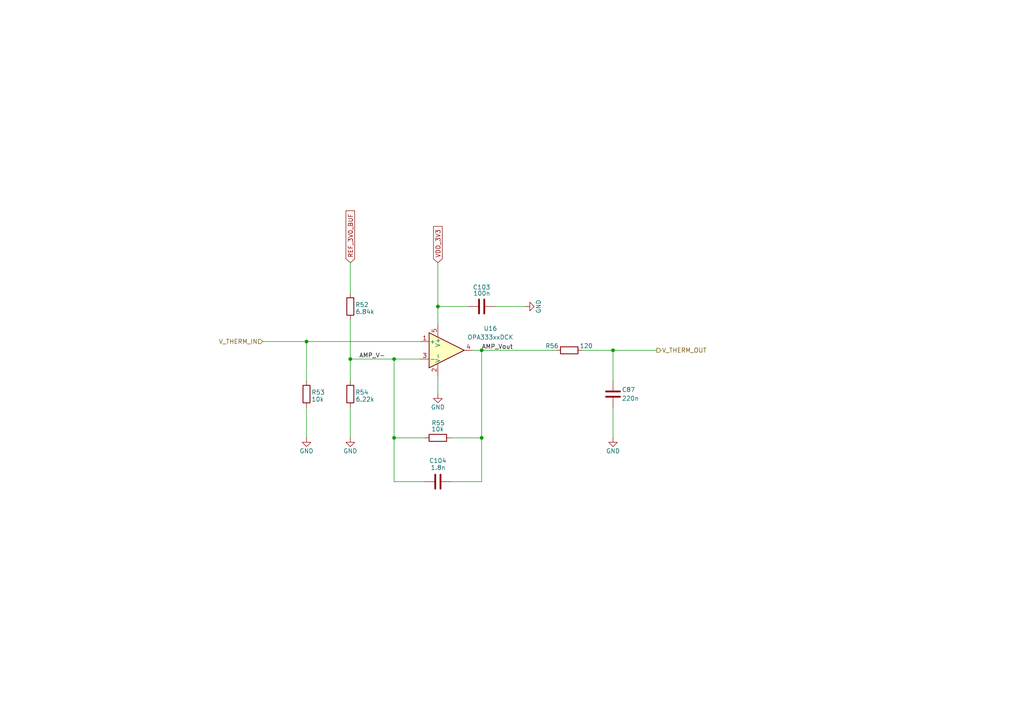
<source format=kicad_sch>
(kicad_sch (version 20231120) (generator "eeschema") (generator_version "8.0")
  (paper "A4")
  (title_block (title "Open MOtor DRiver Initiative  - Single Axis (OMODRI_SA)") (date "2024-03-20") (rev "1.0") (company "LAAS/CNRS"))
  (lib_symbols
    (symbol "Amplifier_Operational:OPA333xxDCK" (pin_names (offset 0.127))
      (property "Reference" "U" (at 0 5.08 0))
      (property "Value" "OPA333xxDCK" (at 0 -5.08 0))
      (symbol "OPA333xxDCK_0_1"
        (polyline (pts (xy -5.08 5.08) (xy 5.08 0) (xy -5.08 -5.08) (xy -5.08 5.08)) (stroke (width 0.254)) (fill (type background)))
        (pin power_in line (at -2.54 -7.62 90) (length 3.81) (name "V-") (number "2"))
        (pin power_in line (at -2.54 7.62 270) (length 3.81) (name "V+") (number "5"))
      )
      (symbol "OPA333xxDCK_1_1"
        (pin input line (at -7.62 2.54 0) (length 2.54) (name "+") (number "1"))
        (pin input line (at -7.62 -2.54 0) (length 2.54) (name "-") (number "3"))
        (pin output line (at 7.62 0 180) (length 2.54) (name "~") (number "4"))
      )
    )
    (symbol "Device:C" (pin_numbers hide) (pin_names (offset 0.254))
      (property "Reference" "C" (at 0.635 2.54 0))
      (property "Value" "C" (at 0.635 -2.54 0))
      (symbol "C_0_1"
        (polyline (pts (xy -2.032 -0.762) (xy 2.032 -0.762)) (stroke (width 0.508)))
        (polyline (pts (xy -2.032 0.762) (xy 2.032 0.762)) (stroke (width 0.508)))
      )
      (symbol "C_1_1"
        (pin passive line (at 0 3.81 270) (length 2.794) (name "~") (number "1"))
        (pin passive line (at 0 -3.81 90) (length 2.794) (name "~") (number "2"))
      )
    )
    (symbol "Device:R" (pin_numbers hide) (pin_names (offset 0))
      (property "Reference" "R" (at 2.032 0 90))
      (property "Value" "R" (at 0 0 90))
      (symbol "R_0_1"
        (rectangle (start -1.016 -2.54) (end 1.016 2.54) (stroke (width 0.254)))
      )
      (symbol "R_1_1"
        (pin passive line (at 0 3.81 270) (length 1.27) (name "~") (number "1"))
        (pin passive line (at 0 -3.81 90) (length 1.27) (name "~") (number "2"))
      )
    )
    (symbol "power:GND" (power) (pin_numbers hide) (pin_names (offset 0) hide)
      (property "Value" "GND" (at 0 -3.81 0))
      (symbol "GND_0_1"
        (polyline (pts (xy 0 0) (xy 0 -1.27) (xy 1.27 -1.27) (xy 0 -2.54) (xy -1.27 -1.27) (xy 0 -1.27)))
      )
      (symbol "GND_1_1"
        (pin power_in line (at 0 0 270) (length 0) (name "~") (number "1"))
      )
    )
  )
  (junction (at 114.3 127))
  (junction (at 88.9 99.06))
  (junction (at 127 88.9))
  (junction (at 139.7 127))
  (junction (at 177.8 101.6))
  (junction (at 114.3 104.14))
  (junction (at 139.7 101.6))
  (junction (at 101.6 104.14))
  (wire (pts (xy 123.19 139.7) (xy 114.3 139.7)))
  (wire (pts (xy 127 88.9) (xy 135.89 88.9)))
  (wire (pts (xy 101.6 118.11) (xy 101.6 127)))
  (wire (pts (xy 127 88.9) (xy 127 93.98)))
  (wire (pts (xy 139.7 139.7) (xy 139.7 127)))
  (wire (pts (xy 168.91 101.6) (xy 177.8 101.6)))
  (wire (pts (xy 88.9 99.06) (xy 88.9 110.49)))
  (wire (pts (xy 139.7 101.6) (xy 137.16 101.6)))
  (wire (pts (xy 143.51 88.9) (xy 152.4 88.9)))
  (wire (pts (xy 88.9 127) (xy 88.9 118.11)))
  (wire (pts (xy 121.92 104.14) (xy 114.3 104.14)))
  (wire (pts (xy 130.81 127) (xy 139.7 127)))
  (wire (pts (xy 139.7 101.6) (xy 161.29 101.6)))
  (wire (pts (xy 114.3 127) (xy 123.19 127)))
  (wire (pts (xy 88.9 99.06) (xy 121.92 99.06)))
  (wire (pts (xy 114.3 139.7) (xy 114.3 127)))
  (wire (pts (xy 139.7 127) (xy 139.7 101.6)))
  (wire (pts (xy 101.6 104.14) (xy 101.6 110.49)))
  (wire (pts (xy 177.8 101.6) (xy 190.5 101.6)))
  (wire (pts (xy 127 109.22) (xy 127 114.3)))
  (wire (pts (xy 88.9 99.06) (xy 76.2 99.06)))
  (wire (pts (xy 114.3 104.14) (xy 114.3 127)))
  (wire (pts (xy 177.8 101.6) (xy 177.8 110.49)))
  (wire (pts (xy 130.81 139.7) (xy 139.7 139.7)))
  (wire (pts (xy 177.8 118.11) (xy 177.8 127)))
  (wire (pts (xy 127 76.2) (xy 127 88.9)))
  (wire (pts (xy 101.6 92.71) (xy 101.6 104.14)))
  (wire (pts (xy 101.6 76.2) (xy 101.6 85.09)))
  (wire (pts (xy 101.6 104.14) (xy 114.3 104.14)))
  (label "AMP_V-" (at 104.14 104.14 0))
  (label "AMP_Vout" (at 139.7 101.6 0))
  (global_label "REF_3V0_BUF" (shape input) (at 101.6 76.2 90) (property "Intersheetrefs" "${INTERSHEET_REFS}" (effects (hide yes))) (property "Références Inter-Feuilles" "${INTERSHEET_REFS}" (effects (hide yes))))
  (global_label "VDD_3V3" (shape input) (at 127 76.2 90) (property "Intersheetrefs" "${INTERSHEET_REFS}" (effects (hide yes))))
  (hierarchical_label "V_THERM_OUT" (shape output) (at 190.5 101.6 0))
  (hierarchical_label "V_THERM_IN" (shape input) (at 76.2 99.06 180))
  (symbol (lib_id "Device:R") (at 101.6 114.3 180) (unit 1)
    (property "Reference" "R54" (at 106.934 113.792 0) (effects (justify left)))
    (property "Value" "6.22k" (at 103.124 115.824 0) (effects (justify right)))
    (property "Footprint" "Resistor_SMD:R_0201_0603Metric" (effects (hide yes)))
    (property "Datasheet" "https://industrial.panasonic.com/sa/products/pt/general-purpose-chip-resistors/models/ERJ1GNF1002C" (effects (hide yes)))
    (property "Part No" "ERJ1GNF1002C" (effects (hide yes)))
    (property "Manufacturer" "PANASONIC" (effects (hide yes)))
    (property "Assembling" "SMD" (effects (hide yes)))
  )
  (symbol (lib_id "power:GND") (at 152.4 88.9 90) (unit 1)
    (property "Reference" "#PWR0167" (effects (hide yes)))
    (property "Value" "GND" (at 156.21 88.9 0))
    (property "Description" "Power symbol creates a global label with name \"GND\" , ground" (effects (hide yes)))
  )
  (symbol (lib_id "Device:R") (at 127 127 90) (unit 1)
    (property "Reference" "R55" (at 129.032 122.682 90) (effects (justify left)))
    (property "Value" "10k" (at 128.778 124.46 90) (effects (justify left)))
    (property "Footprint" "Resistor_SMD:R_0201_0603Metric" (effects (hide yes)))
    (property "Datasheet" "https://industrial.panasonic.com/sa/products/pt/general-purpose-chip-resistors/models/ERJ1GNF1002C" (effects (hide yes)))
    (property "Description" "0201, 10kΩ, 0.05W, ±1%, SMD  resistor" (effects (hide yes)))
    (property "DigiKey" "P122414CT-ND" (effects (hide yes)))
    (property "Farnell" "2302362" (effects (hide yes)))
    (property "Mouser" "667-ERJ-1GNF1002C" (effects (hide yes)))
    (property "Part No" "ERJ1GNF1002C" (effects (hide yes)))
    (property "RS" "176-3597" (effects (hide yes)))
    (property "LCSC" "C717002" (effects (hide yes)))
    (property "Manufacturer" "PANASONIC" (effects (hide yes)))
    (property "Assembling" "SMD" (effects (hide yes)))
  )
  (symbol (lib_id "Device:R") (at 165.1 101.6 90) (unit 1)
    (property "Reference" "R56" (at 162.052 100.33 90) (effects (justify left)))
    (property "Value" "120" (at 171.958 100.33 90) (effects (justify left)))
    (property "Footprint" "Resistor_SMD:R_0201_0603Metric" (effects (hide yes)))
    (property "Datasheet" "https://industrial.panasonic.com/sa/products/pt/general-purpose-chip-resistors/models/ERJ1GNF1200C" (effects (hide yes)))
    (property "Description" "0201,120Ω, 0.05W, ±1%, SMD  resistor" (effects (hide yes)))
    (property "DigiKey" "P122692CT-ND" (effects (hide yes)))
    (property "Farnell" "2396857" (effects (hide yes)))
    (property "Mouser" "667-ERJ-1GNF1200C" (effects (hide yes)))
    (property "Part No" "ERJ1GNF1200C" (effects (hide yes)))
    (property "LCSC" "C278569" (effects (hide yes)))
    (property "Manufacturer" "PANASONIC" (effects (hide yes)))
    (property "Assembling" "SMD" (effects (hide yes)))
  )
  (symbol (lib_id "power:GND") (at 177.8 127 0) (unit 1)
    (property "Reference" "#PWR04" (effects (hide yes)))
    (property "Value" "GND" (at 177.8 130.81 0))
    (property "Description" "Power symbol creates a global label with name \"GND\" , ground" (effects (hide yes)))
  )
  (symbol (lib_id "Device:C") (at 139.7 88.9 90) (unit 1)
    (property "Reference" "C103" (at 142.24 83.312 90) (effects (justify left)))
    (property "Value" "100n" (at 142.24 85.09 90) (effects (justify left)))
    (property "Footprint" "Capacitor_SMD:C_0201_0603Metric" (effects (hide yes)))
    (property "Datasheet" "https://www.murata.com/en-eu/products/productdetail?partno=GRM033R61E104KE14%23" (effects (hide yes)))
    (property "Description" "0201, 100nf, 25V,  ±10%, X5R, SMD MLCC" (effects (hide yes)))
    (property "DigiKey" "490-12686-1-ND" (effects (hide yes)))
    (property "Farnell" "2990693" (effects (hide yes)))
    (property "Mouser" "81-GRM033R61E104KE4D" (effects (hide yes)))
    (property "Part No" "GRM033R61E104KE14D" (effects (hide yes)))
    (property "RS" "185-2066" (effects (hide yes)))
    (property "LCSC" "C76939" (effects (hide yes)))
    (property "Manufacturer" "MURATA" (effects (hide yes)))
    (property "Assembling" "SMD" (effects (hide yes)))
  )
  (symbol (lib_id "Device:R") (at 101.6 88.9 180) (unit 1)
    (property "Reference" "R52" (at 106.934 88.392 0) (effects (justify left)))
    (property "Value" "6.84k" (at 103.124 90.424 0) (effects (justify right)))
    (property "Footprint" "Resistor_SMD:R_0201_0603Metric" (effects (hide yes)))
    (property "Datasheet" "https://industrial.panasonic.com/sa/products/pt/general-purpose-chip-resistors/models/ERJ1GNF1002C" (effects (hide yes)))
    (property "Part No" "ERJ1GNF1002C" (effects (hide yes)))
    (property "Manufacturer" "PANASONIC" (effects (hide yes)))
    (property "Assembling" "SMD" (effects (hide yes)))
  )
  (symbol (lib_id "power:GND") (at 127 114.3 0) (unit 1)
    (property "Reference" "#PWR0168" (effects (hide yes)))
    (property "Value" "GND" (at 127 118.11 0))
    (property "Description" "Power symbol creates a global label with name \"GND\" , ground" (effects (hide yes)))
  )
  (symbol (lib_id "Device:R") (at 88.9 114.3 180) (unit 1)
    (property "Reference" "R53" (at 94.234 113.792 0) (effects (justify left)))
    (property "Value" "10k" (at 93.98 115.824 0) (effects (justify left)))
    (property "Footprint" "Resistor_SMD:R_0201_0603Metric" (effects (hide yes)))
    (property "Datasheet" "https://industrial.panasonic.com/sa/products/pt/general-purpose-chip-resistors/models/ERJ1GNF1002C" (effects (hide yes)))
    (property "Description" "0201, 10kΩ, 0.05W, ±1%, SMD  resistor" (effects (hide yes)))
    (property "DigiKey" "P122414CT-ND" (effects (hide yes)))
    (property "Farnell" "2302362" (effects (hide yes)))
    (property "Mouser" "667-ERJ-1GNF1002C" (effects (hide yes)))
    (property "Part No" "ERJ1GNF1002C" (effects (hide yes)))
    (property "RS" "176-3597" (effects (hide yes)))
    (property "LCSC" "C717002" (effects (hide yes)))
    (property "Manufacturer" "PANASONIC" (effects (hide yes)))
    (property "Assembling" "SMD" (effects (hide yes)))
  )
  (symbol (lib_id "power:GND") (at 101.6 127 0) (unit 1)
    (property "Reference" "#PWR0171" (effects (hide yes)))
    (property "Value" "GND" (at 101.6 130.81 0))
    (property "Description" "Power symbol creates a global label with name \"GND\" , ground" (effects (hide yes)))
  )
  (symbol (lib_id "Device:C") (at 177.8 114.3 0) (unit 1)
    (property "Reference" "C87" (at 180.34 113.03 0) (effects (justify left)))
    (property "Value" "220n" (at 180.34 115.57 0) (effects (justify left)))
    (property "Footprint" "Capacitor_SMD:C_0201_0603Metric" (effects (hide yes)))
    (property "Datasheet" "https://www.murata.com/en-eu/products/productdetail?partno=GRM033R61C224KE14%23" (effects (hide yes)))
    (property "Description" "0201, 220nf, 16V,  ±10%, X5R, SMD MLCC" (effects (hide yes)))
    (property "DigiKey" "490-17040-1-ND" (effects (hide yes)))
    (property "Farnell" "3582770" (effects (hide yes)))
    (property "Mouser" "81-GRM033R61C224KE4D" (effects (hide yes)))
    (property "Part No" "GRM033R61C224KE14D" (effects (hide yes)))
    (property "LCSC" "C161474" (effects (hide yes)))
    (property "Manufacturer" "MURATA" (effects (hide yes)))
    (property "Assembling" "SMD" (effects (hide yes)))
  )
  (symbol (lib_id "power:GND") (at 88.9 127 0) (unit 1)
    (property "Reference" "#PWR0170" (effects (hide yes)))
    (property "Value" "GND" (at 88.9 130.81 0))
    (property "Description" "Power symbol creates a global label with name \"GND\" , ground" (effects (hide yes)))
  )
  (symbol (lib_id "Device:C") (at 127 139.7 90) (unit 1)
    (property "Reference" "C104" (at 129.54 133.604 90) (effects (justify left)))
    (property "Value" "1.8n" (at 129.286 135.636 90) (effects (justify left)))
    (property "Footprint" "Capacitor_SMD:C_0201_0603Metric" (effects (hide yes)))
    (property "Datasheet" "https://www.murata.com/en-eu/products/productdetail?partno=GRM033R71E182KA12%23" (effects (hide yes)))
    (property "Description" "0201, 1800pF, 25V, ±10%, X7R, SMD MLCC" (effects (hide yes)))
    (property "DigiKey" "490-GRM033R71E182KA12DTR-ND" (effects (hide yes)))
    (property "Farnell" "2999522" (effects (hide yes)))
    (property "Mouser" "81-GRM033R71E182KA2D" (effects (hide yes)))
    (property "Part No" "GRM033R71E182KA12D" (effects (hide yes)))
    (property "LCSC" "C237560" (effects (hide yes)))
    (property "Manufacturer" "MURATA" (effects (hide yes)))
    (property "Assembling" "SMD" (effects (hide yes)))
  )
  (symbol (lib_id "Amplifier_Operational:OPA333xxDCK") (at 129.54 101.6 0) (unit 1)
    (property "Reference" "U16" (at 142.24 95.2814 0))
    (property "Value" "OPA333xxDCK" (at 142.24 97.8214 0))
    (property "Footprint" "Package_TO_SOT_SMD:SOT-353_SC-70-5" (effects (hide yes)))
    (property "Datasheet" "http://www.ti.com/lit/ds/symlink/opa333.pdf" (effects (hide yes)))
    (property "Description" "SC-70-5, Single 1.8V, microPower, CMOS Operational Amplifiers, Zero-Drift Series, SC-70-5" (effects (hide yes)))
    (property "Manufacturer" "TEXAS INSTRUMENTS" (effects (hide yes)))
    (property "DigiKey" "296-19547-1-ND" (effects (hide yes)))
    (property "Farnell" "3117524" (effects (hide yes)))
    (property "LCSC" "  C44193" (effects (hide yes)))
    (property "Mouser" "595-OPA333AIDCKR" (effects (hide yes)))
    (property "Part No" "OPA333AIDCKR" (effects (hide yes)))
    (property "RS" "660-9782" (effects (hide yes)))
    (property "Assembling" "SMD" (effects (hide yes)))
  )
)
</source>
